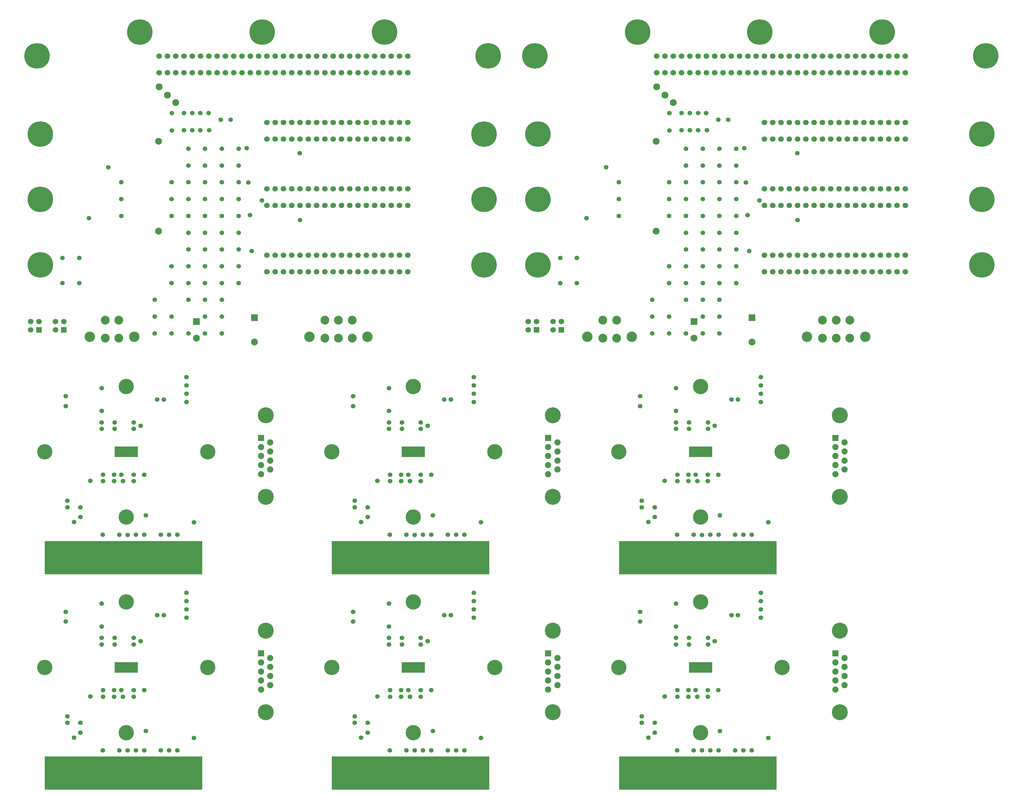
<source format=gbs>
%FSLAX42Y42*%
%MOMM*%
G71*
G01*
G75*
G04 Layer_Color=16711935*
%ADD10R,1.30X0.60*%
%ADD11R,1.40X1.50*%
%ADD12R,3.00X2.50*%
%ADD13R,3.20X1.05*%
%ADD14R,8.30X10.45*%
%ADD15R,5.40X2.90*%
%ADD16R,5.40X3.00*%
%ADD17R,2.79X3.81*%
%ADD18C,0.31*%
%ADD19C,0.35*%
%ADD20C,0.25*%
%ADD21C,2.00*%
%ADD22C,1.50*%
%ADD23C,0.50*%
%ADD24C,1.00*%
%ADD25O,0.31X2.00*%
%ADD26R,1.50X1.40*%
%ADD27R,1.10X2.60*%
%ADD28R,1.40X1.10*%
%ADD29R,2.60X1.10*%
%ADD30R,3.30X1.10*%
%ADD31R,1.50X5.00*%
%ADD32O,1.27X7.62*%
%ADD33C,2.50*%
%ADD34C,3.00*%
%ADD35C,1.50*%
%ADD36R,1.50X1.50*%
%ADD37C,7.62*%
%ADD38C,1.90*%
%ADD39R,1.90X1.90*%
%ADD40C,1.20*%
%ADD41R,7.00X3.00*%
%ADD42C,4.50*%
%ADD43C,4.70*%
%ADD44R,1.70X1.70*%
%ADD45C,1.70*%
%ADD46C,0.80*%
%ADD47R,48.26X10.16*%
%ADD48R,1.50X0.80*%
%ADD49R,1.60X1.70*%
%ADD50R,3.20X2.70*%
%ADD51R,3.40X1.25*%
%ADD52R,8.50X10.65*%
%ADD53R,5.60X3.10*%
%ADD54R,5.60X3.20*%
%ADD55R,3.00X4.01*%
%ADD56O,0.51X2.20*%
%ADD57R,1.70X1.60*%
%ADD58R,1.30X2.80*%
%ADD59R,1.60X1.30*%
%ADD60R,2.80X1.30*%
%ADD61R,3.50X1.30*%
%ADD62R,1.70X5.20*%
%ADD63O,1.47X7.82*%
%ADD64C,2.70*%
%ADD65C,3.20*%
%ADD66C,1.70*%
%ADD67R,1.70X1.70*%
%ADD68C,7.82*%
%ADD69C,2.10*%
%ADD70R,2.10X2.10*%
%ADD71C,1.40*%
%ADD72R,7.20X3.20*%
%ADD73C,4.70*%
%ADD74C,4.90*%
%ADD75R,1.90X1.90*%
%ADD76C,1.90*%
%ADD77C,1.00*%
D47*
X13516Y15488D02*
D03*
Y8888D02*
D03*
X22316Y15488D02*
D03*
Y8888D02*
D03*
X31116Y15488D02*
D03*
Y8888D02*
D03*
D63*
X11357Y15552D02*
D03*
X11611D02*
D03*
X12373D02*
D03*
X12627D02*
D03*
X12881D02*
D03*
X13135D02*
D03*
X13389D02*
D03*
X13643D02*
D03*
X13897D02*
D03*
X14151D02*
D03*
X14405D02*
D03*
X14659D02*
D03*
X14913D02*
D03*
X15167D02*
D03*
X15421D02*
D03*
X15675D02*
D03*
X11865D02*
D03*
X12119D02*
D03*
X11357Y8952D02*
D03*
X11611D02*
D03*
X12373D02*
D03*
X12627D02*
D03*
X12881D02*
D03*
X13135D02*
D03*
X13389D02*
D03*
X13643D02*
D03*
X13897D02*
D03*
X14151D02*
D03*
X14405D02*
D03*
X14659D02*
D03*
X14913D02*
D03*
X15167D02*
D03*
X15421D02*
D03*
X15675D02*
D03*
X11865D02*
D03*
X12119D02*
D03*
X20157Y15552D02*
D03*
X20411D02*
D03*
X21173D02*
D03*
X21427D02*
D03*
X21681D02*
D03*
X21935D02*
D03*
X22189D02*
D03*
X22443D02*
D03*
X22697D02*
D03*
X22951D02*
D03*
X23205D02*
D03*
X23459D02*
D03*
X23713D02*
D03*
X23967D02*
D03*
X24221D02*
D03*
X24475D02*
D03*
X20665D02*
D03*
X20919D02*
D03*
X20157Y8952D02*
D03*
X20411D02*
D03*
X21173D02*
D03*
X21427D02*
D03*
X21681D02*
D03*
X21935D02*
D03*
X22189D02*
D03*
X22443D02*
D03*
X22697D02*
D03*
X22951D02*
D03*
X23205D02*
D03*
X23459D02*
D03*
X23713D02*
D03*
X23967D02*
D03*
X24221D02*
D03*
X24475D02*
D03*
X20665D02*
D03*
X20919D02*
D03*
X28957Y15552D02*
D03*
X29211D02*
D03*
X29973D02*
D03*
X30227D02*
D03*
X30481D02*
D03*
X30735D02*
D03*
X30989D02*
D03*
X31243D02*
D03*
X31497D02*
D03*
X31751D02*
D03*
X32005D02*
D03*
X32259D02*
D03*
X32513D02*
D03*
X32767D02*
D03*
X33021D02*
D03*
X33275D02*
D03*
X29465D02*
D03*
X29719D02*
D03*
X28957Y8952D02*
D03*
X29211D02*
D03*
X29973D02*
D03*
X30227D02*
D03*
X30481D02*
D03*
X30735D02*
D03*
X30989D02*
D03*
X31243D02*
D03*
X31497D02*
D03*
X31751D02*
D03*
X32005D02*
D03*
X32259D02*
D03*
X32513D02*
D03*
X32767D02*
D03*
X33021D02*
D03*
X33275D02*
D03*
X29465D02*
D03*
X29719D02*
D03*
D64*
X20527Y22209D02*
D03*
Y22759D02*
D03*
X20107D02*
D03*
X19687D02*
D03*
X20107Y22209D02*
D03*
X19687D02*
D03*
X13376Y22759D02*
D03*
X12956D02*
D03*
X13376Y22209D02*
D03*
X12956D02*
D03*
X35777D02*
D03*
Y22759D02*
D03*
X35357D02*
D03*
X34937D02*
D03*
X35357Y22209D02*
D03*
X34937D02*
D03*
X28626Y22759D02*
D03*
X28206D02*
D03*
X28626Y22209D02*
D03*
X28206D02*
D03*
D65*
X19217Y22254D02*
D03*
X20997D02*
D03*
X12486D02*
D03*
X13846D02*
D03*
X34467D02*
D03*
X36247D02*
D03*
X27736D02*
D03*
X29096D02*
D03*
D66*
X10670Y22717D02*
D03*
X10924D02*
D03*
X10670Y22463D02*
D03*
X11432Y22717D02*
D03*
X11686D02*
D03*
X11432Y22463D02*
D03*
X17909Y26273D02*
D03*
X19179D02*
D03*
X19433D02*
D03*
X19687D02*
D03*
X19941D02*
D03*
X20195D02*
D03*
X20449D02*
D03*
X20703D02*
D03*
X20957D02*
D03*
X21211D02*
D03*
X21465D02*
D03*
X21719D02*
D03*
X21973D02*
D03*
X22227D02*
D03*
X17909Y26781D02*
D03*
X18163D02*
D03*
X18417D02*
D03*
X18671D02*
D03*
X18925D02*
D03*
X19179D02*
D03*
X19433D02*
D03*
X19687D02*
D03*
X18925Y26273D02*
D03*
X18671D02*
D03*
X18417D02*
D03*
X18163D02*
D03*
X19941Y26781D02*
D03*
X20195D02*
D03*
X20449D02*
D03*
X20703D02*
D03*
X20957D02*
D03*
X21211D02*
D03*
X21719D02*
D03*
X21973D02*
D03*
X22227D02*
D03*
X21465D02*
D03*
Y24749D02*
D03*
X22227D02*
D03*
X21973D02*
D03*
X21719D02*
D03*
X21211D02*
D03*
X20957D02*
D03*
X20703D02*
D03*
X20449D02*
D03*
X20195D02*
D03*
X19941D02*
D03*
X18163Y24241D02*
D03*
X18417D02*
D03*
X18671D02*
D03*
X18925D02*
D03*
X19687Y24749D02*
D03*
X19433D02*
D03*
X19179D02*
D03*
X18925D02*
D03*
X18671D02*
D03*
X18417D02*
D03*
X18163D02*
D03*
X17909D02*
D03*
X22227Y24241D02*
D03*
X21973D02*
D03*
X21719D02*
D03*
X21465D02*
D03*
X21211D02*
D03*
X20957D02*
D03*
X20703D02*
D03*
X20449D02*
D03*
X20195D02*
D03*
X19941D02*
D03*
X19687D02*
D03*
X19433D02*
D03*
X19179D02*
D03*
X17909D02*
D03*
Y28305D02*
D03*
X19179D02*
D03*
X19433D02*
D03*
X19687D02*
D03*
X19941D02*
D03*
X20195D02*
D03*
X20449D02*
D03*
X20703D02*
D03*
X20957D02*
D03*
X21211D02*
D03*
X21465D02*
D03*
X21719D02*
D03*
X21973D02*
D03*
X22227D02*
D03*
X17909Y28813D02*
D03*
X18163D02*
D03*
X18417D02*
D03*
X18671D02*
D03*
X18925D02*
D03*
X19179D02*
D03*
X19433D02*
D03*
X19687D02*
D03*
X18925Y28305D02*
D03*
X18671D02*
D03*
X18417D02*
D03*
X18163D02*
D03*
X19941Y28813D02*
D03*
X20195D02*
D03*
X20449D02*
D03*
X20703D02*
D03*
X20957D02*
D03*
X21211D02*
D03*
X21719D02*
D03*
X21973D02*
D03*
X22227D02*
D03*
X21465D02*
D03*
X14607Y30337D02*
D03*
X14861D02*
D03*
X15115D02*
D03*
X15369D02*
D03*
X15623D02*
D03*
X15877D02*
D03*
X16131D02*
D03*
X16385D02*
D03*
X16639D02*
D03*
X16893D02*
D03*
X17147D02*
D03*
X17401D02*
D03*
X17655D02*
D03*
X17909D02*
D03*
X18163D02*
D03*
X18417D02*
D03*
X18671D02*
D03*
X18925D02*
D03*
X19179D02*
D03*
X19433D02*
D03*
X19687D02*
D03*
X19941D02*
D03*
X20195D02*
D03*
X20449D02*
D03*
X20703D02*
D03*
X20957D02*
D03*
X21211D02*
D03*
X21465D02*
D03*
X21719D02*
D03*
X21973D02*
D03*
X22227D02*
D03*
X14607Y30845D02*
D03*
X14861D02*
D03*
X15115D02*
D03*
X15369D02*
D03*
X15623D02*
D03*
X15877D02*
D03*
X16131D02*
D03*
X16385D02*
D03*
X16639D02*
D03*
X16893D02*
D03*
X17147D02*
D03*
X17401D02*
D03*
X17655D02*
D03*
X17909D02*
D03*
X18163D02*
D03*
X18417D02*
D03*
X18671D02*
D03*
X18925D02*
D03*
X19179D02*
D03*
X19433D02*
D03*
X19687D02*
D03*
X19941D02*
D03*
X20195D02*
D03*
X20449D02*
D03*
X20703D02*
D03*
X20957D02*
D03*
X21211D02*
D03*
X21465D02*
D03*
X21719D02*
D03*
X21973D02*
D03*
X22227D02*
D03*
X25920Y22717D02*
D03*
X26174D02*
D03*
X25920Y22463D02*
D03*
X26682Y22717D02*
D03*
X26936D02*
D03*
X26682Y22463D02*
D03*
X33159Y26273D02*
D03*
X34429D02*
D03*
X34683D02*
D03*
X34937D02*
D03*
X35191D02*
D03*
X35445D02*
D03*
X35699D02*
D03*
X35953D02*
D03*
X36207D02*
D03*
X36461D02*
D03*
X36715D02*
D03*
X36969D02*
D03*
X37223D02*
D03*
X37477D02*
D03*
X33159Y26781D02*
D03*
X33413D02*
D03*
X33667D02*
D03*
X33921D02*
D03*
X34175D02*
D03*
X34429D02*
D03*
X34683D02*
D03*
X34937D02*
D03*
X34175Y26273D02*
D03*
X33921D02*
D03*
X33667D02*
D03*
X33413D02*
D03*
X35191Y26781D02*
D03*
X35445D02*
D03*
X35699D02*
D03*
X35953D02*
D03*
X36207D02*
D03*
X36461D02*
D03*
X36969D02*
D03*
X37223D02*
D03*
X37477D02*
D03*
X36715D02*
D03*
Y24749D02*
D03*
X37477D02*
D03*
X37223D02*
D03*
X36969D02*
D03*
X36461D02*
D03*
X36207D02*
D03*
X35953D02*
D03*
X35699D02*
D03*
X35445D02*
D03*
X35191D02*
D03*
X33413Y24241D02*
D03*
X33667D02*
D03*
X33921D02*
D03*
X34175D02*
D03*
X34937Y24749D02*
D03*
X34683D02*
D03*
X34429D02*
D03*
X34175D02*
D03*
X33921D02*
D03*
X33667D02*
D03*
X33413D02*
D03*
X33159D02*
D03*
X37477Y24241D02*
D03*
X37223D02*
D03*
X36969D02*
D03*
X36715D02*
D03*
X36461D02*
D03*
X36207D02*
D03*
X35953D02*
D03*
X35699D02*
D03*
X35445D02*
D03*
X35191D02*
D03*
X34937D02*
D03*
X34683D02*
D03*
X34429D02*
D03*
X33159D02*
D03*
Y28305D02*
D03*
X34429D02*
D03*
X34683D02*
D03*
X34937D02*
D03*
X35191D02*
D03*
X35445D02*
D03*
X35699D02*
D03*
X35953D02*
D03*
X36207D02*
D03*
X36461D02*
D03*
X36715D02*
D03*
X36969D02*
D03*
X37223D02*
D03*
X37477D02*
D03*
X33159Y28813D02*
D03*
X33413D02*
D03*
X33667D02*
D03*
X33921D02*
D03*
X34175D02*
D03*
X34429D02*
D03*
X34683D02*
D03*
X34937D02*
D03*
X34175Y28305D02*
D03*
X33921D02*
D03*
X33667D02*
D03*
X33413D02*
D03*
X35191Y28813D02*
D03*
X35445D02*
D03*
X35699D02*
D03*
X35953D02*
D03*
X36207D02*
D03*
X36461D02*
D03*
X36969D02*
D03*
X37223D02*
D03*
X37477D02*
D03*
X36715D02*
D03*
X29857Y30337D02*
D03*
X30111D02*
D03*
X30365D02*
D03*
X30619D02*
D03*
X30873D02*
D03*
X31127D02*
D03*
X31381D02*
D03*
X31635D02*
D03*
X31889D02*
D03*
X32143D02*
D03*
X32397D02*
D03*
X32651D02*
D03*
X32905D02*
D03*
X33159D02*
D03*
X33413D02*
D03*
X33667D02*
D03*
X33921D02*
D03*
X34175D02*
D03*
X34429D02*
D03*
X34683D02*
D03*
X34937D02*
D03*
X35191D02*
D03*
X35445D02*
D03*
X35699D02*
D03*
X35953D02*
D03*
X36207D02*
D03*
X36461D02*
D03*
X36715D02*
D03*
X36969D02*
D03*
X37223D02*
D03*
X37477D02*
D03*
X29857Y30845D02*
D03*
X30111D02*
D03*
X30365D02*
D03*
X30619D02*
D03*
X30873D02*
D03*
X31127D02*
D03*
X31381D02*
D03*
X31635D02*
D03*
X31889D02*
D03*
X32143D02*
D03*
X32397D02*
D03*
X32651D02*
D03*
X32905D02*
D03*
X33159D02*
D03*
X33413D02*
D03*
X33667D02*
D03*
X33921D02*
D03*
X34175D02*
D03*
X34429D02*
D03*
X34683D02*
D03*
X34937D02*
D03*
X35191D02*
D03*
X35445D02*
D03*
X35699D02*
D03*
X35953D02*
D03*
X36207D02*
D03*
X36461D02*
D03*
X36715D02*
D03*
X36969D02*
D03*
X37223D02*
D03*
X37477D02*
D03*
D67*
X10924Y22463D02*
D03*
X11686D02*
D03*
X26174D02*
D03*
X26936D02*
D03*
D68*
X10970Y24456D02*
D03*
X10970Y26456D02*
D03*
X10970Y28456D02*
D03*
X10870Y30856D02*
D03*
X14020Y31581D02*
D03*
X17770D02*
D03*
X21520D02*
D03*
X24695Y30856D02*
D03*
X24570Y28456D02*
D03*
X24570Y26456D02*
D03*
X24570Y24456D02*
D03*
X26220D02*
D03*
X26220Y26456D02*
D03*
X26220Y28456D02*
D03*
X26120Y30856D02*
D03*
X29270Y31581D02*
D03*
X33020D02*
D03*
X36770D02*
D03*
X39945Y30856D02*
D03*
X39820Y28456D02*
D03*
X39820Y26456D02*
D03*
X39820Y24456D02*
D03*
D69*
X15750Y22213D02*
D03*
X17528Y22088D02*
D03*
X15119Y29421D02*
D03*
X14865Y29651D02*
D03*
X14595Y25487D02*
D03*
Y28237D02*
D03*
X14607Y29901D02*
D03*
X31000Y22213D02*
D03*
X32778Y22088D02*
D03*
X30369Y29421D02*
D03*
X30115Y29651D02*
D03*
X29845Y25487D02*
D03*
Y28237D02*
D03*
X29857Y29901D02*
D03*
D70*
X15750Y22713D02*
D03*
X17528Y22838D02*
D03*
X31000Y22713D02*
D03*
X32778Y22838D02*
D03*
D71*
X12457Y25886D02*
D03*
X13055Y27444D02*
D03*
X17295Y28027D02*
D03*
X17760Y26427D02*
D03*
X17445Y24877D02*
D03*
X17345Y26977D02*
D03*
X18915Y27877D02*
D03*
X16800Y28901D02*
D03*
X16495D02*
D03*
X16145Y28577D02*
D03*
X16125Y29101D02*
D03*
X15875D02*
D03*
Y28577D02*
D03*
X15625D02*
D03*
X15623Y29101D02*
D03*
X15373Y28575D02*
D03*
X15369Y29101D02*
D03*
X17395Y25977D02*
D03*
X18925Y25827D02*
D03*
X17046Y28008D02*
D03*
X16532D02*
D03*
Y27494D02*
D03*
X17046D02*
D03*
Y26980D02*
D03*
X16532D02*
D03*
Y26466D02*
D03*
X17046D02*
D03*
Y25952D02*
D03*
X16532D02*
D03*
X16018D02*
D03*
X15504D02*
D03*
X14990D02*
D03*
Y26466D02*
D03*
Y26980D02*
D03*
X15504D02*
D03*
X16018D02*
D03*
Y26466D02*
D03*
X15504D02*
D03*
X15000Y28571D02*
D03*
Y29101D02*
D03*
X17046Y25438D02*
D03*
X16532D02*
D03*
Y24924D02*
D03*
X17046D02*
D03*
Y24410D02*
D03*
X16532D02*
D03*
X17046Y23896D02*
D03*
X16532D02*
D03*
X16018D02*
D03*
X15504D02*
D03*
X16018Y24410D02*
D03*
X15504D02*
D03*
X16018Y24924D02*
D03*
Y25438D02*
D03*
X15504D02*
D03*
Y24924D02*
D03*
X16018Y27494D02*
D03*
Y28008D02*
D03*
X15504D02*
D03*
Y27494D02*
D03*
X14990Y24410D02*
D03*
X16532Y23382D02*
D03*
X16018D02*
D03*
X15504D02*
D03*
X16532Y22868D02*
D03*
X16018D02*
D03*
Y22354D02*
D03*
X16532D02*
D03*
X15504D02*
D03*
X14990D02*
D03*
Y22868D02*
D03*
Y23896D02*
D03*
X14476Y22868D02*
D03*
Y22354D02*
D03*
Y23382D02*
D03*
X13448Y25952D02*
D03*
Y26466D02*
D03*
Y26980D02*
D03*
X12163Y24667D02*
D03*
Y23896D02*
D03*
X11649Y24667D02*
D03*
Y23896D02*
D03*
X27707Y25886D02*
D03*
X28305Y27444D02*
D03*
X32545Y28027D02*
D03*
X33010Y26427D02*
D03*
X32695Y24877D02*
D03*
X32595Y26977D02*
D03*
X34165Y27877D02*
D03*
X32050Y28901D02*
D03*
X31745D02*
D03*
X31395Y28577D02*
D03*
X31375Y29101D02*
D03*
X31125D02*
D03*
Y28577D02*
D03*
X30875D02*
D03*
X30873Y29101D02*
D03*
X30623Y28575D02*
D03*
X30619Y29101D02*
D03*
X32645Y25977D02*
D03*
X34175Y25827D02*
D03*
X32296Y28008D02*
D03*
X31782D02*
D03*
Y27494D02*
D03*
X32296D02*
D03*
Y26980D02*
D03*
X31782D02*
D03*
Y26466D02*
D03*
X32296D02*
D03*
Y25952D02*
D03*
X31782D02*
D03*
X31268D02*
D03*
X30754D02*
D03*
X30240D02*
D03*
Y26466D02*
D03*
Y26980D02*
D03*
X30754D02*
D03*
X31268D02*
D03*
Y26466D02*
D03*
X30754D02*
D03*
X30250Y28571D02*
D03*
Y29101D02*
D03*
X32296Y25438D02*
D03*
X31782D02*
D03*
Y24924D02*
D03*
X32296D02*
D03*
Y24410D02*
D03*
X31782D02*
D03*
X32296Y23896D02*
D03*
X31782D02*
D03*
X31268D02*
D03*
X30754D02*
D03*
X31268Y24410D02*
D03*
X30754D02*
D03*
X31268Y24924D02*
D03*
Y25438D02*
D03*
X30754D02*
D03*
Y24924D02*
D03*
X31268Y27494D02*
D03*
Y28008D02*
D03*
X30754D02*
D03*
Y27494D02*
D03*
X30240Y24410D02*
D03*
X31782Y23382D02*
D03*
X31268D02*
D03*
X30754D02*
D03*
X31782Y22868D02*
D03*
X31268D02*
D03*
Y22354D02*
D03*
X31782D02*
D03*
X30754D02*
D03*
X30240D02*
D03*
Y22868D02*
D03*
Y23896D02*
D03*
X29726Y22868D02*
D03*
Y22354D02*
D03*
Y23382D02*
D03*
X28698Y25952D02*
D03*
Y26466D02*
D03*
Y26980D02*
D03*
X27413Y24667D02*
D03*
Y23896D02*
D03*
X26899Y24667D02*
D03*
Y23896D02*
D03*
X14040Y19528D02*
D03*
X12890Y18028D02*
D03*
X13389Y16187D02*
D03*
X14151D02*
D03*
X13250Y19428D02*
D03*
X13500Y17828D02*
D03*
X13230D02*
D03*
X13230Y18028D02*
D03*
X13450D02*
D03*
X13827D02*
D03*
X14150D02*
D03*
X12890Y17828D02*
D03*
X13897Y16187D02*
D03*
X13827Y17828D02*
D03*
X14200Y16778D02*
D03*
X13643Y16184D02*
D03*
X12881Y16187D02*
D03*
X12500Y17838D02*
D03*
X12850Y19628D02*
D03*
X13250D02*
D03*
X12850Y20678D02*
D03*
X11750Y20428D02*
D03*
X13830Y19628D02*
D03*
Y19428D02*
D03*
X14750Y20328D02*
D03*
X14550D02*
D03*
X15675Y16568D02*
D03*
X15167Y16187D02*
D03*
X14913D02*
D03*
X14659D02*
D03*
X15450Y20251D02*
D03*
Y20505D02*
D03*
Y20759D02*
D03*
Y21013D02*
D03*
X12850Y19978D02*
D03*
X12200Y16728D02*
D03*
Y17028D02*
D03*
X12000Y16578D02*
D03*
X11800Y17028D02*
D03*
Y17228D02*
D03*
X11750Y20128D02*
D03*
X12850Y19428D02*
D03*
X14040Y12928D02*
D03*
X12890Y11428D02*
D03*
X13389Y9587D02*
D03*
X14151D02*
D03*
X13250Y12828D02*
D03*
X13500Y11228D02*
D03*
X13230D02*
D03*
X13230Y11428D02*
D03*
X13450D02*
D03*
X13827D02*
D03*
X14150D02*
D03*
X12890Y11228D02*
D03*
X13897Y9587D02*
D03*
X13827Y11228D02*
D03*
X14200Y10178D02*
D03*
X13643Y9584D02*
D03*
X12881Y9587D02*
D03*
X12500Y11238D02*
D03*
X12850Y13028D02*
D03*
X13250D02*
D03*
X12850Y14078D02*
D03*
X11750Y13828D02*
D03*
X13830Y13028D02*
D03*
Y12828D02*
D03*
X14750Y13728D02*
D03*
X14550D02*
D03*
X15675Y9968D02*
D03*
X15167Y9587D02*
D03*
X14913D02*
D03*
X14659D02*
D03*
X15450Y13651D02*
D03*
Y13905D02*
D03*
Y14159D02*
D03*
Y14413D02*
D03*
X12850Y13378D02*
D03*
X12200Y10128D02*
D03*
Y10428D02*
D03*
X12000Y9978D02*
D03*
X11800Y10428D02*
D03*
Y10628D02*
D03*
X11750Y13528D02*
D03*
X12850Y12828D02*
D03*
X22840Y19528D02*
D03*
X21690Y18028D02*
D03*
X22189Y16187D02*
D03*
X22951D02*
D03*
X22050Y19428D02*
D03*
X22300Y17828D02*
D03*
X22030D02*
D03*
X22030Y18028D02*
D03*
X22250D02*
D03*
X22627D02*
D03*
X22950D02*
D03*
X21690Y17828D02*
D03*
X22697Y16187D02*
D03*
X22627Y17828D02*
D03*
X23000Y16778D02*
D03*
X22443Y16184D02*
D03*
X21681Y16187D02*
D03*
X21300Y17838D02*
D03*
X21650Y19628D02*
D03*
X22050D02*
D03*
X21650Y20678D02*
D03*
X20550Y20428D02*
D03*
X22630Y19628D02*
D03*
Y19428D02*
D03*
X23550Y20328D02*
D03*
X23350D02*
D03*
X24475Y16568D02*
D03*
X23967Y16187D02*
D03*
X23713D02*
D03*
X23459D02*
D03*
X24250Y20251D02*
D03*
Y20505D02*
D03*
Y20759D02*
D03*
Y21013D02*
D03*
X21650Y19978D02*
D03*
X21000Y16728D02*
D03*
Y17028D02*
D03*
X20800Y16578D02*
D03*
X20600Y17028D02*
D03*
Y17228D02*
D03*
X20550Y20128D02*
D03*
X21650Y19428D02*
D03*
X22840Y12928D02*
D03*
X21690Y11428D02*
D03*
X22189Y9587D02*
D03*
X22951D02*
D03*
X22050Y12828D02*
D03*
X22300Y11228D02*
D03*
X22030D02*
D03*
X22030Y11428D02*
D03*
X22250D02*
D03*
X22627D02*
D03*
X22950D02*
D03*
X21690Y11228D02*
D03*
X22697Y9587D02*
D03*
X22627Y11228D02*
D03*
X23000Y10178D02*
D03*
X22443Y9584D02*
D03*
X21681Y9587D02*
D03*
X21300Y11238D02*
D03*
X21650Y13028D02*
D03*
X22050D02*
D03*
X21650Y14078D02*
D03*
X20550Y13828D02*
D03*
X22630Y13028D02*
D03*
Y12828D02*
D03*
X23550Y13728D02*
D03*
X23350D02*
D03*
X24475Y9968D02*
D03*
X23967Y9587D02*
D03*
X23713D02*
D03*
X23459D02*
D03*
X24250Y13651D02*
D03*
Y13905D02*
D03*
Y14159D02*
D03*
Y14413D02*
D03*
X21650Y13378D02*
D03*
X21000Y10128D02*
D03*
Y10428D02*
D03*
X20800Y9978D02*
D03*
X20600Y10428D02*
D03*
Y10628D02*
D03*
X20550Y13528D02*
D03*
X21650Y12828D02*
D03*
X31640Y19528D02*
D03*
X30490Y18028D02*
D03*
X30989Y16187D02*
D03*
X31751D02*
D03*
X30850Y19428D02*
D03*
X31100Y17828D02*
D03*
X30830D02*
D03*
X30830Y18028D02*
D03*
X31050D02*
D03*
X31427D02*
D03*
X31750D02*
D03*
X30490Y17828D02*
D03*
X31497Y16187D02*
D03*
X31427Y17828D02*
D03*
X31800Y16778D02*
D03*
X31243Y16184D02*
D03*
X30481Y16187D02*
D03*
X30100Y17838D02*
D03*
X30450Y19628D02*
D03*
X30850D02*
D03*
X30450Y20678D02*
D03*
X29350Y20428D02*
D03*
X31430Y19628D02*
D03*
Y19428D02*
D03*
X32350Y20328D02*
D03*
X32150D02*
D03*
X33275Y16568D02*
D03*
X32767Y16187D02*
D03*
X32513D02*
D03*
X32259D02*
D03*
X33050Y20251D02*
D03*
Y20505D02*
D03*
Y20759D02*
D03*
Y21013D02*
D03*
X30450Y19978D02*
D03*
X29800Y16728D02*
D03*
Y17028D02*
D03*
X29600Y16578D02*
D03*
X29400Y17028D02*
D03*
Y17228D02*
D03*
X29350Y20128D02*
D03*
X30450Y19428D02*
D03*
X31640Y12928D02*
D03*
X30490Y11428D02*
D03*
X30989Y9587D02*
D03*
X31751D02*
D03*
X30850Y12828D02*
D03*
X31100Y11228D02*
D03*
X30830D02*
D03*
X30830Y11428D02*
D03*
X31050D02*
D03*
X31427D02*
D03*
X31750D02*
D03*
X30490Y11228D02*
D03*
X31497Y9587D02*
D03*
X31427Y11228D02*
D03*
X31800Y10178D02*
D03*
X31243Y9584D02*
D03*
X30481Y9587D02*
D03*
X30100Y11238D02*
D03*
X30450Y13028D02*
D03*
X30850D02*
D03*
X30450Y14078D02*
D03*
X29350Y13828D02*
D03*
X31430Y13028D02*
D03*
Y12828D02*
D03*
X32350Y13728D02*
D03*
X32150D02*
D03*
X33275Y9968D02*
D03*
X32767Y9587D02*
D03*
X32513D02*
D03*
X32259D02*
D03*
X33050Y13651D02*
D03*
Y13905D02*
D03*
Y14159D02*
D03*
Y14413D02*
D03*
X30450Y13378D02*
D03*
X29800Y10128D02*
D03*
Y10428D02*
D03*
X29600Y9978D02*
D03*
X29400Y10428D02*
D03*
Y10628D02*
D03*
X29350Y13528D02*
D03*
X30450Y12828D02*
D03*
D72*
X13600Y18728D02*
D03*
Y12128D02*
D03*
X22400Y18728D02*
D03*
Y12128D02*
D03*
X31200Y18728D02*
D03*
Y12128D02*
D03*
D73*
X16100Y18728D02*
D03*
X11100D02*
D03*
X13600Y20728D02*
D03*
Y16728D02*
D03*
X16100Y12128D02*
D03*
X11100D02*
D03*
X13600Y14128D02*
D03*
Y10128D02*
D03*
X24900Y18728D02*
D03*
X19900D02*
D03*
X22400Y20728D02*
D03*
Y16728D02*
D03*
X24900Y12128D02*
D03*
X19900D02*
D03*
X22400Y14128D02*
D03*
Y10128D02*
D03*
X33700Y18728D02*
D03*
X28700D02*
D03*
X31200Y20728D02*
D03*
Y16728D02*
D03*
X33700Y12128D02*
D03*
X28700D02*
D03*
X31200Y14128D02*
D03*
Y10128D02*
D03*
D74*
X17874Y17350D02*
D03*
Y19849D02*
D03*
Y10750D02*
D03*
Y13249D02*
D03*
X26674Y17350D02*
D03*
Y19849D02*
D03*
Y10750D02*
D03*
Y13249D02*
D03*
X35474Y17350D02*
D03*
Y19849D02*
D03*
Y10750D02*
D03*
Y13249D02*
D03*
D75*
X17732Y19154D02*
D03*
Y12554D02*
D03*
X26532Y19154D02*
D03*
Y12554D02*
D03*
X35332Y19154D02*
D03*
Y12554D02*
D03*
D76*
X18016Y19015D02*
D03*
X17732Y18877D02*
D03*
X18016Y18738D02*
D03*
X17732Y18600D02*
D03*
X18016Y18461D02*
D03*
X17732Y18323D02*
D03*
X18016Y18184D02*
D03*
X17732Y18046D02*
D03*
X18016Y12415D02*
D03*
X17732Y12277D02*
D03*
X18016Y12138D02*
D03*
X17732Y12000D02*
D03*
X18016Y11861D02*
D03*
X17732Y11723D02*
D03*
X18016Y11584D02*
D03*
X17732Y11446D02*
D03*
X26816Y19015D02*
D03*
X26532Y18877D02*
D03*
X26816Y18738D02*
D03*
X26532Y18600D02*
D03*
X26816Y18461D02*
D03*
X26532Y18323D02*
D03*
X26816Y18184D02*
D03*
X26532Y18046D02*
D03*
X26816Y12415D02*
D03*
X26532Y12277D02*
D03*
X26816Y12138D02*
D03*
X26532Y12000D02*
D03*
X26816Y11861D02*
D03*
X26532Y11723D02*
D03*
X26816Y11584D02*
D03*
X26532Y11446D02*
D03*
X35616Y19015D02*
D03*
X35332Y18877D02*
D03*
X35616Y18738D02*
D03*
X35332Y18600D02*
D03*
X35616Y18461D02*
D03*
X35332Y18323D02*
D03*
X35616Y18184D02*
D03*
X35332Y18046D02*
D03*
X35616Y12415D02*
D03*
X35332Y12277D02*
D03*
X35616Y12138D02*
D03*
X35332Y12000D02*
D03*
X35616Y11861D02*
D03*
X35332Y11723D02*
D03*
X35616Y11584D02*
D03*
X35332Y11446D02*
D03*
D77*
X13900Y18728D02*
D03*
X13600Y18628D02*
D03*
Y18828D02*
D03*
X13700D02*
D03*
Y18728D02*
D03*
Y18628D02*
D03*
X13800D02*
D03*
Y18728D02*
D03*
Y18828D02*
D03*
X13900Y18628D02*
D03*
Y18828D02*
D03*
X13500D02*
D03*
Y18728D02*
D03*
Y18628D02*
D03*
X13400D02*
D03*
Y18728D02*
D03*
Y18828D02*
D03*
X13300D02*
D03*
Y18728D02*
D03*
Y18628D02*
D03*
X13600Y18728D02*
D03*
X13900Y12128D02*
D03*
X13600Y12028D02*
D03*
Y12228D02*
D03*
X13700D02*
D03*
Y12128D02*
D03*
Y12028D02*
D03*
X13800D02*
D03*
Y12128D02*
D03*
Y12228D02*
D03*
X13900Y12028D02*
D03*
Y12228D02*
D03*
X13500D02*
D03*
Y12128D02*
D03*
Y12028D02*
D03*
X13400D02*
D03*
Y12128D02*
D03*
Y12228D02*
D03*
X13300D02*
D03*
Y12128D02*
D03*
Y12028D02*
D03*
X13600Y12128D02*
D03*
X22700Y18728D02*
D03*
X22400Y18628D02*
D03*
Y18828D02*
D03*
X22500D02*
D03*
Y18728D02*
D03*
Y18628D02*
D03*
X22600D02*
D03*
Y18728D02*
D03*
Y18828D02*
D03*
X22700Y18628D02*
D03*
Y18828D02*
D03*
X22300D02*
D03*
Y18728D02*
D03*
Y18628D02*
D03*
X22200D02*
D03*
Y18728D02*
D03*
Y18828D02*
D03*
X22100D02*
D03*
Y18728D02*
D03*
Y18628D02*
D03*
X22400Y18728D02*
D03*
X22700Y12128D02*
D03*
X22400Y12028D02*
D03*
Y12228D02*
D03*
X22500D02*
D03*
Y12128D02*
D03*
Y12028D02*
D03*
X22600D02*
D03*
Y12128D02*
D03*
Y12228D02*
D03*
X22700Y12028D02*
D03*
Y12228D02*
D03*
X22300D02*
D03*
Y12128D02*
D03*
Y12028D02*
D03*
X22200D02*
D03*
Y12128D02*
D03*
Y12228D02*
D03*
X22100D02*
D03*
Y12128D02*
D03*
Y12028D02*
D03*
X22400Y12128D02*
D03*
X31500Y18728D02*
D03*
X31200Y18628D02*
D03*
Y18828D02*
D03*
X31300D02*
D03*
Y18728D02*
D03*
Y18628D02*
D03*
X31400D02*
D03*
Y18728D02*
D03*
Y18828D02*
D03*
X31500Y18628D02*
D03*
Y18828D02*
D03*
X31100D02*
D03*
Y18728D02*
D03*
Y18628D02*
D03*
X31000D02*
D03*
Y18728D02*
D03*
Y18828D02*
D03*
X30900D02*
D03*
Y18728D02*
D03*
Y18628D02*
D03*
X31200Y18728D02*
D03*
X31500Y12128D02*
D03*
X31200Y12028D02*
D03*
Y12228D02*
D03*
X31300D02*
D03*
Y12128D02*
D03*
Y12028D02*
D03*
X31400D02*
D03*
Y12128D02*
D03*
Y12228D02*
D03*
X31500Y12028D02*
D03*
Y12228D02*
D03*
X31100D02*
D03*
Y12128D02*
D03*
Y12028D02*
D03*
X31000D02*
D03*
Y12128D02*
D03*
Y12228D02*
D03*
X30900D02*
D03*
Y12128D02*
D03*
Y12028D02*
D03*
X31200Y12128D02*
D03*
M02*

</source>
